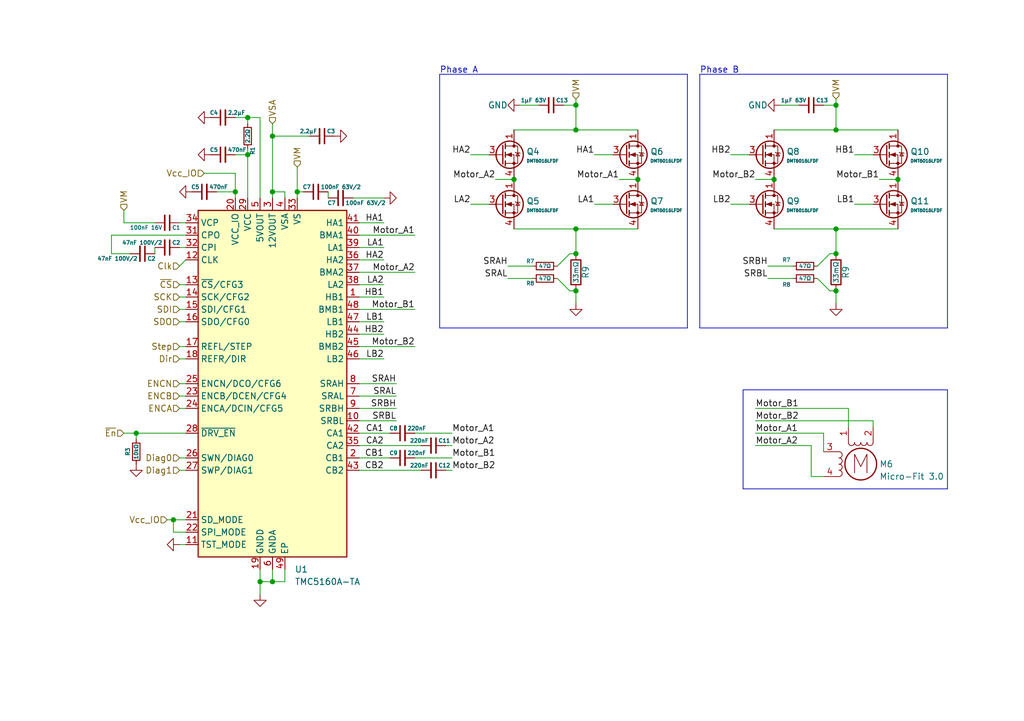
<source format=kicad_sch>
(kicad_sch (version 20230121) (generator eeschema)
  (paper "A5")
  (title_block (title "Integrated TMCx160 Driver Block") (company "Meridi Engineering") (comment 1 "High voltage, high current stepper motor driver block powered by the TMC2160/5160 chip"))
  (lib_symbols
    (symbol "Device:C_Small" (pin_numbers hide) (pin_names (offset 0.254) hide)
      (property "Reference" "C" (at 0.254 1.778 0))
      (property "Value" "C_Small" (at 0.254 -2.032 0))
      (symbol "C_Small_0_1"
        (polyline (pts (xy -1.524 -0.508) (xy 1.524 -0.508)) (stroke (width 0.3302)))
        (polyline (pts (xy -1.524 0.508) (xy 1.524 0.508)) (stroke (width 0.3048)))
      )
      (symbol "C_Small_1_1"
        (pin passive line (at 0 2.54 270) (length 2.032) (name "~") (number "1"))
        (pin passive line (at 0 -2.54 90) (length 2.032) (name "~") (number "2"))
      )
    )
    (symbol "Device:R" (pin_numbers hide) (pin_names (offset 0))
      (property "Reference" "R" (at 2.032 0 90))
      (property "Value" "R" (at 0 0 90))
      (symbol "R_0_1"
        (rectangle (start -1.016 -2.54) (end 1.016 2.54) (stroke (width 0.254)))
      )
      (symbol "R_1_1"
        (pin passive line (at 0 3.81 270) (length 1.27) (name "~") (number "1"))
        (pin passive line (at 0 -3.81 90) (length 1.27) (name "~") (number "2"))
      )
    )
    (symbol "Device:R_Small" (pin_numbers hide) (pin_names (offset 0.254) hide)
      (property "Reference" "R" (at 0.762 0.508 0))
      (property "Value" "R_Small" (at 0.762 -1.016 0))
      (symbol "R_Small_0_1"
        (rectangle (start -0.762 1.778) (end 0.762 -1.778) (stroke (width 0.2032)))
      )
      (symbol "R_Small_1_1"
        (pin passive line (at 0 2.54 270) (length 0.762) (name "~") (number "1"))
        (pin passive line (at 0 -2.54 90) (length 0.762) (name "~") (number "2"))
      )
    )
    (symbol "Driver_Motor:TMC5160A-TA"
      (property "Reference" "U" (at -11.43 38.1 0))
      (property "Value" "TMC5160A-TA" (at 10.16 38.1 0))
      (symbol "TMC5160A-TA_1_0"
        (rectangle (start -15.24 -35.56) (end 15.24 35.56) (stroke (width 0.254)) (fill (type background)))
      )
      (symbol "TMC5160A-TA_1_1"
        (pin output line (at 17.78 17.78 180) (length 2.54) (name "HB1") (number "1"))
        (pin passive line (at 17.78 -7.62 180) (length 2.54) (name "SRBL") (number "10"))
        (pin input line (at -17.78 -33.02 0) (length 2.54) (name "TST_MODE") (number "11"))
        (pin input line (at -17.78 25.4 0) (length 2.54) (name "CLK") (number "12"))
        (pin input line (at -17.78 20.32 0) (length 2.54) (name "~{CS}/CFG3") (number "13"))
        (pin input line (at -17.78 17.78 0) (length 2.54) (name "SCK/CFG2") (number "14"))
        (pin input line (at -17.78 15.24 0) (length 2.54) (name "SDI/CFG1") (number "15"))
        (pin bidirectional line (at -17.78 12.7 0) (length 2.54) (name "SDO/CFG0") (number "16"))
        (pin input line (at -17.78 7.62 0) (length 2.54) (name "REFL/STEP") (number "17"))
        (pin input line (at -17.78 5.08 0) (length 2.54) (name "REFR/DIR") (number "18"))
        (pin power_in line (at -2.54 -38.1 90) (length 2.54) (name "GNDD") (number "19"))
        (pin passive line (at 17.78 -15.24 180) (length 2.54) (name "CB1") (number "2"))
        (pin power_in line (at -7.62 38.1 270) (length 2.54) (name "VCC_IO") (number "20"))
        (pin input line (at -17.78 -27.94 0) (length 2.54) (name "SD_MODE") (number "21"))
        (pin input line (at -17.78 -30.48 0) (length 2.54) (name "SPI_MODE") (number "22"))
        (pin input line (at -17.78 -2.54 0) (length 2.54) (name "ENCB/DCEN/CFG4") (number "23"))
        (pin input line (at -17.78 -5.08 0) (length 2.54) (name "ENCA/DCIN/CFG5") (number "24"))
        (pin bidirectional line (at -17.78 0 0) (length 2.54) (name "ENCN/DCO/CFG6") (number "25"))
        (pin bidirectional line (at -17.78 -15.24 0) (length 2.54) (name "SWN/DIAG0") (number "26"))
        (pin bidirectional line (at -17.78 -17.78 0) (length 2.54) (name "SWP/DIAG1") (number "27"))
        (pin input line (at -17.78 -10.16 0) (length 2.54) (name "~{DRV_EN}") (number "28"))
        (pin power_in line (at -5.08 38.1 270) (length 2.54) (name "VCC") (number "29"))
        (pin power_out line (at 0 38.1 270) (length 2.54) (name "12VOUT") (number "3"))
        (pin passive line (at -2.54 -38.1 90) (length 2.54) hide (name "GNDD") (number "30"))
        (pin passive line (at -17.78 30.48 0) (length 2.54) (name "CPO") (number "31"))
        (pin passive line (at -17.78 27.94 0) (length 2.54) (name "CPI") (number "32"))
        (pin power_in line (at 5.08 38.1 270) (length 2.54) (name "VS") (number "33"))
        (pin passive line (at -17.78 33.02 0) (length 2.54) (name "VCP") (number "34"))
        (pin passive line (at 17.78 -12.7 180) (length 2.54) (name "CA2") (number "35"))
        (pin output line (at 17.78 25.4 180) (length 2.54) (name "HA2") (number "36"))
        (pin passive line (at 17.78 22.86 180) (length 2.54) (name "BMA2") (number "37"))
        (pin output line (at 17.78 20.32 180) (length 2.54) (name "LA2") (number "38"))
        (pin output line (at 17.78 27.94 180) (length 2.54) (name "LA1") (number "39"))
        (pin power_in line (at 2.54 38.1 270) (length 2.54) (name "VSA") (number "4"))
        (pin passive line (at 17.78 30.48 180) (length 2.54) (name "BMA1") (number "40"))
        (pin output line (at 17.78 33.02 180) (length 2.54) (name "HA1") (number "41"))
        (pin passive line (at 17.78 -10.16 180) (length 2.54) (name "CA1") (number "42"))
        (pin passive line (at 17.78 -17.78 180) (length 2.54) (name "CB2") (number "43"))
        (pin output line (at 17.78 10.16 180) (length 2.54) (name "HB2") (number "44"))
        (pin passive line (at 17.78 7.62 180) (length 2.54) (name "BMB2") (number "45"))
        (pin output line (at 17.78 5.08 180) (length 2.54) (name "LB2") (number "46"))
        (pin output line (at 17.78 12.7 180) (length 2.54) (name "LB1") (number "47"))
        (pin passive line (at 17.78 15.24 180) (length 2.54) (name "BMB1") (number "48"))
        (pin power_in line (at 2.54 -38.1 90) (length 2.54) (name "EP") (number "49"))
        (pin power_out line (at -2.54 38.1 270) (length 2.54) (name "5VOUT") (number "5"))
        (pin power_in line (at 0 -38.1 90) (length 2.54) (name "GNDA") (number "6"))
        (pin passive line (at 17.78 -2.54 180) (length 2.54) (name "SRAL") (number "7"))
        (pin passive line (at 17.78 0 180) (length 2.54) (name "SRAH") (number "8"))
        (pin passive line (at 17.78 -5.08 180) (length 2.54) (name "SRBH") (number "9"))
      )
    )
    (symbol "GND_1" (power) (pin_names (offset 0))
      (property "Value" "GND_1" (at 0 -3.81 0))
      (symbol "GND_1_0_1"
        (polyline (pts (xy 0 0) (xy 0 -1.27) (xy 1.27 -1.27) (xy 0 -2.54) (xy -1.27 -1.27) (xy 0 -1.27)))
      )
      (symbol "GND_1_1_1"
        (pin power_in line (at 0 0 270) (length 0) hide (name "GND") (number "1"))
      )
    )
    (symbol "Motor:Stepper_Motor_bipolar" (pin_names (offset 0) hide)
      (property "Reference" "M" (at 3.81 2.54 0))
      (property "Value" "Stepper_Motor_bipolar" (at 3.81 1.27 0))
      (symbol "Stepper_Motor_bipolar_0_0"
        (polyline (pts (xy -1.27 -1.778) (xy -1.27 2.032) (xy 0 -0.508) (xy 1.27 2.032) (xy 1.27 -1.778)))
      )
      (symbol "Stepper_Motor_bipolar_0_1"
        (arc (start -4.445 -2.54) (mid -3.8127 -1.905) (end -4.445 -1.27))
        (arc (start -4.445 -1.27) (mid -3.8127 -0.635) (end -4.445 0))
        (arc (start -4.445 0) (mid -3.8127 0.635) (end -4.445 1.27))
        (arc (start -4.445 1.27) (mid -3.8127 1.905) (end -4.445 2.54))
        (arc (start -2.54 4.445) (mid -1.905 3.8127) (end -1.27 4.445))
        (arc (start -1.27 4.445) (mid -0.635 3.8127) (end 0 4.445))
        (polyline (pts (xy -5.08 -2.54) (xy -4.445 -2.54)))
        (polyline (pts (xy -5.08 2.54) (xy -4.445 2.54)))
        (polyline (pts (xy -2.54 5.08) (xy -2.54 4.445)))
        (polyline (pts (xy 2.54 5.08) (xy 2.54 4.445)))
        (circle (center 0 0) (radius 3.2512) (stroke (width 0.254)))
        (arc (start 0 4.445) (mid 0.635 3.8127) (end 1.27 4.445))
        (arc (start 1.27 4.445) (mid 1.905 3.8127) (end 2.54 4.445))
      )
      (symbol "Stepper_Motor_bipolar_1_1"
        (pin passive line (at -2.54 7.62 270) (length 2.54) (name "~") (number "1"))
        (pin passive line (at 2.54 7.62 270) (length 2.54) (name "-") (number "2"))
        (pin passive line (at -7.62 2.54 0) (length 2.54) (name "~") (number "3"))
        (pin passive line (at -7.62 -2.54 0) (length 2.54) (name "~") (number "4"))
      )
    )
    (symbol "corevus:DMT6016LFDF-7" (pin_names hide)
      (property "Reference" "Q" (at 3.81 0 0))
      (property "Value" "DMT6016LFDF" (at 3.81 -1.27 0))
      (symbol "DMT6016LFDF-7_0_1"
        (polyline (pts (xy -1.016 0) (xy -2.54 0)))
        (polyline (pts (xy -1.016 1.905) (xy -1.016 -1.905)) (stroke (width 0.254)))
        (polyline (pts (xy -0.508 -1.27) (xy -0.508 -2.286)) (stroke (width 0.254)))
        (polyline (pts (xy -0.508 0.508) (xy -0.508 -0.508)) (stroke (width 0.254)))
        (polyline (pts (xy -0.508 2.286) (xy -0.508 1.27)) (stroke (width 0.254)))
        (polyline (pts (xy 1.27 2.54) (xy 1.27 1.778)))
        (polyline (pts (xy 1.27 -2.54) (xy 1.27 0) (xy -0.508 0)))
        (polyline (pts (xy -0.508 -1.778) (xy 2.032 -1.778) (xy 2.032 1.778) (xy -0.508 1.778)))
        (polyline (pts (xy -0.254 0) (xy 0.762 0.381) (xy 0.762 -0.381) (xy -0.254 0)) (fill (type outline)))
        (polyline (pts (xy 1.524 0.508) (xy 1.651 0.381) (xy 2.413 0.381) (xy 2.54 0.254)))
        (polyline (pts (xy 2.032 0.381) (xy 1.651 -0.254) (xy 2.413 -0.254) (xy 2.032 0.381)))
        (circle (center 0.381 0) (radius 2.794) (stroke (width 0.254)))
        (circle (center 1.27 -1.778) (radius 0.254) (fill (type outline)))
        (circle (center 1.27 1.778) (radius 0.254) (fill (type outline)))
        (pin unspecified line (at 1.27 5.08 270) (length 2.54) (name "D") (number "1"))
        (pin unspecified line (at 1.27 -5.08 90) (length 2.54) (name "S") (number "4"))
      )
      (symbol "DMT6016LFDF-7_1_1"
        (pin unspecified line (at 1.27 5.08 270) (length 2.54) hide (name "D") (number "2"))
        (pin unspecified line (at -3.81 0 0) (length 1.27) (name "G") (number "3"))
        (pin unspecified line (at 1.27 5.08 270) (length 2.54) hide (name "D") (number "5"))
        (pin unspecified line (at 1.27 5.08 270) (length 2.54) hide (name "D") (number "6"))
        (pin unspecified line (at 1.27 -5.08 90) (length 2.54) hide (name "S") (number "7"))
        (pin unspecified line (at 1.27 5.08 270) (length 2.54) hide (name "D") (number "8"))
      )
    )
    (symbol "power:GND" (power) (pin_names (offset 0))
      (property "Value" "GND" (at 0 -3.81 0))
      (symbol "GND_0_1"
        (polyline (pts (xy 0 0) (xy 0 -1.27) (xy 1.27 -1.27) (xy 0 -2.54) (xy -1.27 -1.27) (xy 0 -1.27)))
      )
      (symbol "GND_1_1"
        (pin power_in line (at 0 0 270) (length 0) hide (name "GND") (number "1"))
      )
    )
  )
  (junction (at 158.75 36.83))
  (junction (at 27.94 88.9))
  (junction (at 55.88 119.38))
  (junction (at 171.45 59.69))
  (junction (at 118.11 26.67))
  (junction (at 55.88 27.94))
  (junction (at 118.11 59.69))
  (junction (at 105.41 36.83))
  (junction (at 184.15 36.83))
  (junction (at 130.81 36.83))
  (junction (at 118.11 46.99))
  (junction (at 55.88 39.37))
  (junction (at 171.45 26.67))
  (junction (at 50.8 31.75))
  (junction (at 60.96 39.37))
  (junction (at 118.11 21.59))
  (junction (at 171.45 46.99))
  (junction (at 171.45 52.07))
  (junction (at 48.26 39.37))
  (junction (at 35.56 106.68))
  (junction (at 171.45 21.59))
  (junction (at 118.11 52.07))
  (junction (at 53.34 119.38))
  (junction (at 50.8 24.13))
  (wire (pts (xy 118.11 26.67) (xy 130.81 26.67)))
  (wire (pts (xy 118.11 46.99) (xy 118.11 52.07)))
  (wire (pts (xy 55.88 25.4) (xy 55.88 27.94)))
  (wire (pts (xy 81.28 78.74) (xy 73.66 78.74)))
  (wire (pts (xy 36.83 93.98) (xy 38.1 93.98)))
  (wire (pts (xy 78.74 58.42) (xy 73.66 58.42)))
  (polyline (pts (xy 143.51 15.24) (xy 194.31 15.24)))
  (wire (pts (xy 53.34 40.64) (xy 53.34 24.13)))
  (wire (pts (xy 114.3 57.15) (xy 116.84 59.69)))
  (wire (pts (xy 173.99 83.82) (xy 173.99 87.63)))
  (wire (pts (xy 85.09 55.88) (xy 73.66 55.88)))
  (wire (pts (xy 36.83 66.04) (xy 38.1 66.04)))
  (wire (pts (xy 67.31 40.64) (xy 67.31 39.37)))
  (wire (pts (xy 36.83 71.12) (xy 38.1 71.12)))
  (polyline (pts (xy 194.31 67.31) (xy 143.51 67.31)))
  (wire (pts (xy 171.45 20.32) (xy 171.45 21.59)))
  (wire (pts (xy 48.26 24.13) (xy 50.8 24.13)))
  (wire (pts (xy 118.11 59.69) (xy 118.11 62.23)))
  (wire (pts (xy 55.88 116.84) (xy 55.88 119.38)))
  (polyline (pts (xy 194.31 100.33) (xy 194.31 80.01)))
  (wire (pts (xy 36.83 111.76) (xy 38.1 111.76)))
  (wire (pts (xy 180.34 36.83) (xy 184.15 36.83)))
  (wire (pts (xy 53.34 24.13) (xy 50.8 24.13)))
  (wire (pts (xy 35.56 106.68) (xy 38.1 106.68)))
  (wire (pts (xy 27.94 90.17) (xy 27.94 88.9)))
  (wire (pts (xy 149.86 31.75) (xy 153.67 31.75)))
  (wire (pts (xy 55.88 119.38) (xy 58.42 119.38)))
  (wire (pts (xy 157.48 57.15) (xy 162.56 57.15)))
  (wire (pts (xy 96.52 41.91) (xy 100.33 41.91)))
  (wire (pts (xy 154.94 83.82) (xy 173.99 83.82)))
  (wire (pts (xy 168.91 88.9) (xy 168.91 92.71)))
  (wire (pts (xy 27.94 88.9) (xy 38.1 88.9)))
  (wire (pts (xy 78.74 50.8) (xy 73.66 50.8)))
  (polyline (pts (xy 140.97 15.24) (xy 140.97 67.31)))
  (wire (pts (xy 157.48 54.61) (xy 162.56 54.61)))
  (wire (pts (xy 114.3 54.61) (xy 116.84 52.07)))
  (wire (pts (xy 50.8 31.75) (xy 50.8 40.64)))
  (wire (pts (xy 91.44 91.44) (xy 92.71 91.44)))
  (wire (pts (xy 92.71 93.98) (xy 85.09 93.98)))
  (wire (pts (xy 85.09 63.5) (xy 73.66 63.5)))
  (wire (pts (xy 60.96 34.29) (xy 60.96 39.37)))
  (wire (pts (xy 35.56 106.68) (xy 35.56 109.22)))
  (wire (pts (xy 73.66 91.44) (xy 86.36 91.44)))
  (wire (pts (xy 149.86 41.91) (xy 153.67 41.91)))
  (wire (pts (xy 105.41 46.99) (xy 118.11 46.99)))
  (wire (pts (xy 36.83 78.74) (xy 38.1 78.74)))
  (wire (pts (xy 154.94 36.83) (xy 158.75 36.83)))
  (wire (pts (xy 36.83 81.28) (xy 38.1 81.28)))
  (wire (pts (xy 121.92 41.91) (xy 125.73 41.91)))
  (wire (pts (xy 44.45 39.37) (xy 48.26 39.37)))
  (wire (pts (xy 63.5 27.94) (xy 55.88 27.94)))
  (wire (pts (xy 96.52 31.75) (xy 100.33 31.75)))
  (wire (pts (xy 36.83 83.82) (xy 38.1 83.82)))
  (polyline (pts (xy 90.17 15.24) (xy 140.97 15.24)))
  (wire (pts (xy 22.86 48.26) (xy 22.86 52.07)))
  (wire (pts (xy 78.74 68.58) (xy 73.66 68.58)))
  (wire (pts (xy 48.26 31.75) (xy 50.8 31.75)))
  (wire (pts (xy 55.88 119.38) (xy 53.34 119.38)))
  (polyline (pts (xy 194.31 15.24) (xy 194.31 67.31)))
  (wire (pts (xy 58.42 39.37) (xy 58.42 40.64)))
  (wire (pts (xy 80.01 88.9) (xy 73.66 88.9)))
  (wire (pts (xy 104.14 54.61) (xy 109.22 54.61)))
  (wire (pts (xy 154.94 91.44) (xy 166.37 91.44)))
  (wire (pts (xy 170.18 59.69) (xy 171.45 59.69)))
  (wire (pts (xy 175.26 31.75) (xy 179.07 31.75)))
  (wire (pts (xy 36.83 54.61) (xy 38.1 53.34)))
  (wire (pts (xy 55.88 39.37) (xy 55.88 40.64)))
  (wire (pts (xy 53.34 121.92) (xy 53.34 119.38)))
  (wire (pts (xy 25.4 88.9) (xy 27.94 88.9)))
  (wire (pts (xy 118.11 20.32) (xy 118.11 21.59)))
  (wire (pts (xy 78.74 45.72) (xy 73.66 45.72)))
  (wire (pts (xy 34.29 106.68) (xy 35.56 106.68)))
  (polyline (pts (xy 143.51 15.24) (xy 143.51 67.31)))
  (wire (pts (xy 116.84 52.07) (xy 118.11 52.07)))
  (wire (pts (xy 154.94 88.9) (xy 168.91 88.9)))
  (wire (pts (xy 22.86 48.26) (xy 38.1 48.26)))
  (wire (pts (xy 167.64 57.15) (xy 170.18 59.69)))
  (wire (pts (xy 36.83 96.52) (xy 38.1 96.52)))
  (wire (pts (xy 105.41 26.67) (xy 118.11 26.67)))
  (wire (pts (xy 168.91 21.59) (xy 171.45 21.59)))
  (wire (pts (xy 78.74 60.96) (xy 73.66 60.96)))
  (wire (pts (xy 36.83 63.5) (xy 38.1 63.5)))
  (wire (pts (xy 118.11 21.59) (xy 118.11 26.67)))
  (wire (pts (xy 81.28 86.36) (xy 73.66 86.36)))
  (wire (pts (xy 121.92 31.75) (xy 125.73 31.75)))
  (wire (pts (xy 166.37 97.79) (xy 168.91 97.79)))
  (polyline (pts (xy 152.4 100.33) (xy 194.31 100.33)))
  (wire (pts (xy 86.36 96.52) (xy 73.66 96.52)))
  (wire (pts (xy 50.8 24.13) (xy 50.8 25.4)))
  (polyline (pts (xy 152.4 80.01) (xy 152.4 100.33)))
  (wire (pts (xy 171.45 21.59) (xy 171.45 26.67)))
  (wire (pts (xy 91.44 96.52) (xy 92.71 96.52)))
  (wire (pts (xy 41.91 35.56) (xy 48.26 35.56)))
  (wire (pts (xy 78.74 66.04) (xy 73.66 66.04)))
  (wire (pts (xy 48.26 39.37) (xy 48.26 40.64)))
  (wire (pts (xy 72.39 40.64) (xy 78.74 40.64)))
  (wire (pts (xy 171.45 59.69) (xy 171.45 62.23)))
  (wire (pts (xy 154.94 86.36) (xy 179.07 86.36)))
  (wire (pts (xy 81.28 83.82) (xy 73.66 83.82)))
  (wire (pts (xy 118.11 46.99) (xy 130.81 46.99)))
  (wire (pts (xy 62.23 39.37) (xy 60.96 39.37)))
  (wire (pts (xy 25.4 43.18) (xy 25.4 45.72)))
  (wire (pts (xy 55.88 39.37) (xy 58.42 39.37)))
  (wire (pts (xy 80.01 93.98) (xy 73.66 93.98)))
  (wire (pts (xy 53.34 119.38) (xy 53.34 116.84)))
  (wire (pts (xy 171.45 46.99) (xy 171.45 52.07)))
  (wire (pts (xy 116.84 59.69) (xy 118.11 59.69)))
  (wire (pts (xy 50.8 30.48) (xy 50.8 31.75)))
  (wire (pts (xy 85.09 71.12) (xy 73.66 71.12)))
  (wire (pts (xy 85.09 48.26) (xy 73.66 48.26)))
  (wire (pts (xy 175.26 41.91) (xy 179.07 41.91)))
  (wire (pts (xy 35.56 109.22) (xy 38.1 109.22)))
  (polyline (pts (xy 90.17 15.24) (xy 90.17 67.31)))
  (wire (pts (xy 55.88 27.94) (xy 55.88 39.37)))
  (wire (pts (xy 92.71 88.9) (xy 85.09 88.9)))
  (polyline (pts (xy 140.97 67.31) (xy 90.17 67.31)))
  (wire (pts (xy 60.96 39.37) (xy 60.96 40.64)))
  (wire (pts (xy 115.57 21.59) (xy 118.11 21.59)))
  (wire (pts (xy 78.74 73.66) (xy 73.66 73.66)))
  (wire (pts (xy 36.83 50.8) (xy 38.1 50.8)))
  (wire (pts (xy 25.4 45.72) (xy 31.75 45.72)))
  (wire (pts (xy 58.42 119.38) (xy 58.42 116.84)))
  (wire (pts (xy 127 36.83) (xy 130.81 36.83)))
  (wire (pts (xy 101.6 36.83) (xy 105.41 36.83)))
  (wire (pts (xy 22.86 52.07) (xy 26.67 52.07)))
  (wire (pts (xy 171.45 46.99) (xy 184.15 46.99)))
  (wire (pts (xy 104.14 57.15) (xy 109.22 57.15)))
  (wire (pts (xy 78.74 53.34) (xy 73.66 53.34)))
  (wire (pts (xy 171.45 26.67) (xy 184.15 26.67)))
  (wire (pts (xy 160.02 21.59) (xy 163.83 21.59)))
  (wire (pts (xy 170.18 52.07) (xy 171.45 52.07)))
  (wire (pts (xy 36.83 73.66) (xy 38.1 73.66)))
  (wire (pts (xy 36.83 58.42) (xy 38.1 58.42)))
  (wire (pts (xy 179.07 86.36) (xy 179.07 87.63)))
  (wire (pts (xy 31.75 50.8) (xy 31.75 52.07)))
  (wire (pts (xy 36.83 60.96) (xy 38.1 60.96)))
  (wire (pts (xy 106.68 21.59) (xy 110.49 21.59)))
  (wire (pts (xy 48.26 35.56) (xy 48.26 39.37)))
  (wire (pts (xy 166.37 91.44) (xy 166.37 97.79)))
  (wire (pts (xy 158.75 46.99) (xy 171.45 46.99)))
  (wire (pts (xy 36.83 45.72) (xy 38.1 45.72)))
  (wire (pts (xy 167.64 54.61) (xy 170.18 52.07)))
  (wire (pts (xy 158.75 26.67) (xy 171.45 26.67)))
  (polyline (pts (xy 152.4 80.01) (xy 194.31 80.01)))
  (wire (pts (xy 81.28 81.28) (xy 73.66 81.28)))
  (text "Phase A" (at 90.17 15.24 0) (effects (font (size 1.27 1.27)) (justify left bottom)))
  (text "Phase B" (at 143.51 15.24 0) (effects (font (size 1.27 1.27)) (justify left bottom)))
  (label "Motor_A2" (at 92.71 91.44 0))
  (label "Motor_B2" (at 92.71 96.52 0))
  (label "LA1" (at 78.74 50.8 180))
  (label "Motor_B1" (at 154.94 83.82 0))
  (label "HA1" (at 121.92 31.75 180))
  (label "SRAH" (at 104.14 54.61 180))
  (label "Motor_B1" (at 92.71 93.98 0))
  (label "HA1" (at 78.74 45.72 180))
  (label "Motor_A2" (at 101.6 36.83 180))
  (label "HA2" (at 96.52 31.75 180))
  (label "Motor_B1" (at 85.09 63.5 180))
  (label "LB1" (at 78.74 66.04 180))
  (label "LA2" (at 96.52 41.91 180))
  (label "HB1" (at 78.74 60.96 180))
  (label "HB1" (at 175.26 31.75 180))
  (label "Motor_B2" (at 154.94 86.36 0))
  (label "HB2" (at 78.74 68.58 180))
  (label "Motor_B2" (at 85.09 71.12 180))
  (label "Motor_A2" (at 85.09 55.88 180))
  (label "Motor_B2" (at 154.94 36.83 180))
  (label "Motor_A1" (at 154.94 88.9 0))
  (label "SRBH" (at 157.48 54.61 180))
  (label "Motor_A2" (at 154.94 91.44 0))
  (label "CA1" (at 78.74 88.9 180))
  (label "LA1" (at 121.92 41.91 180))
  (label "SRAL" (at 104.14 57.15 180))
  (label "HA2" (at 78.74 53.34 180))
  (label "SRAH" (at 81.28 78.74 180))
  (label "Motor_B1" (at 180.34 36.83 180))
  (label "LA2" (at 78.74 58.42 180))
  (label "Motor_A1" (at 127 36.83 180))
  (label "LB1" (at 175.26 41.91 180))
  (label "LB2" (at 78.74 73.66 180))
  (label "SRBH" (at 81.28 83.82 180))
  (label "CB1" (at 78.74 93.98 180))
  (label "SRBL" (at 157.48 57.15 180))
  (label "HB2" (at 149.86 31.75 180))
  (label "SRBL" (at 81.28 86.36 180))
  (label "Motor_A1" (at 85.09 48.26 180))
  (label "SRAL" (at 81.28 81.28 180))
  (label "CB2" (at 78.74 96.52 180))
  (label "CA2" (at 78.74 91.44 180))
  (label "Motor_A1" (at 92.71 88.9 0))
  (label "LB2" (at 149.86 41.91 180))
  (hierarchical_label "Diag1" (shape input) (at 36.83 96.52 180))
  (hierarchical_label "VM" (shape input) (at 60.96 34.29 90))
  (hierarchical_label "ENCN" (shape input) (at 36.83 78.74 180))
  (hierarchical_label "Vcc_IO" (shape input) (at 41.91 35.56 180))
  (hierarchical_label "Vcc_IO" (shape input) (at 34.29 106.68 180))
  (hierarchical_label "SCK" (shape input) (at 36.83 60.96 180))
  (hierarchical_label "VSA" (shape input) (at 55.88 25.4 90))
  (hierarchical_label "SDO" (shape input) (at 36.83 66.04 180))
  (hierarchical_label "SDI" (shape input) (at 36.83 63.5 180))
  (hierarchical_label "~{CS}" (shape input) (at 36.83 58.42 180))
  (hierarchical_label "Clk" (shape input) (at 36.83 54.61 180))
  (hierarchical_label "VM" (shape input) (at 171.45 20.32 90))
  (hierarchical_label "Diag0" (shape input) (at 36.83 93.98 180))
  (hierarchical_label "~{En}" (shape input) (at 25.4 88.9 180))
  (hierarchical_label "Step" (shape input) (at 36.83 71.12 180))
  (hierarchical_label "Dir" (shape input) (at 36.83 73.66 180))
  (hierarchical_label "ENCA" (shape input) (at 36.83 83.82 180))
  (hierarchical_label "VM" (shape input) (at 25.4 43.18 90))
  (hierarchical_label "ENCB" (shape input) (at 36.83 81.28 180))
  (hierarchical_label "VM" (shape input) (at 118.11 20.32 90))
  (symbol (lib_id "Device:R") (at 171.45 55.88 0) (unit 1)
    (property "Reference" "R9" (at 172.72 55.88 90) (effects (justify top)))
    (property "Value" "33mΩ" (at 171.45 55.88 90) (effects (font (size 1 1))))
    (property "Footprint" "Resistor_SMD:R_1206_3216Metric" (effects hide))
    (instances (project "driver-tmc5160" (path "" (reference "R9") (unit 1))) (project "mainboard" (path "" (reference "R38") (unit 1)) (path "" (reference "R46") (unit 1))))
  )
  (symbol (lib_id "power:GND") (at 118.11 62.23 0) (unit 1)
    (property "Reference" "#PWR02" (effects hide))
    (property "Value" "GND" (effects hide))
    (instances (project "driver-tmc5160" (path "" (reference "#PWR02") (unit 1))) (project "mainboard" (path "" (reference "#PWR0140") (unit 1)) (path "" (reference "#PWR0152") (unit 1))))
  )
  (symbol (lib_id "Device:R_Small") (at 111.76 54.61 270) (mirror x) (unit 1)
    (property "Reference" "R7" (at 108.76 53.61 90) (effects (font (size 0.8 0.8))))
    (property "Value" "47Ω" (at 111.76 54.61 90) (effects (font (size 0.8 0.8))))
    (property "Footprint" "AlphaLib:0402R" (effects hide))
    (instances (project "driver-tmc5160" (path "" (reference "R7") (unit 1))) (project "mainboard" (path "" (reference "R33") (unit 1)) (path "" (reference "R41") (unit 1))))
  )
  (symbol (lib_id "Device:C_Small") (at 34.29 50.8 270) (unit 1)
    (property "Reference" "C2" (at 35.29 49.8 90) (effects (font (size 0.8 0.8)) (justify left)))
    (property "Value" "47nF 100V/2" (at 33.29 49.8 90) (effects (font (size 0.8 0.8)) (justify right)))
    (property "Footprint" "AlphaLib:0402C" (effects hide))
    (instances (project "driver-tmc5160" (path "" (reference "C2") (unit 1))) (project "mainboard" (path "" (reference "C40") (unit 1)) (path "" (reference "C55") (unit 1))))
  )
  (symbol (lib_id "corevus:DMT6016LFDF-7") (at 157.48 31.75 0) (unit 1)
    (property "Reference" "Q8" (at 161.29 31.115 0) (effects (justify left)))
    (property "Value" "DMT6016LFDF" (at 161.29 33.02 0) (effects (font (size 0.635 0.635)) (justify left)))
    (property "Footprint" "corevus:DMT6016LFDF" (effects hide))
    (property "Datasheet" "https://lcsc.com/product-detail/MOSFET_Diodes-Incorporated-DMT6016LFDF-7_C460205.html" (effects hide))
    (property "LCSC Part" "C460205" (effects hide))
    (instances (project "mainboard" (path "" (reference "Q8") (unit 1)) (path "" (reference "Q16") (unit 1))))
  )
  (symbol (lib_id "corevus:DMT6016LFDF-7") (at 129.54 41.91 0) (unit 1)
    (property "Reference" "Q7" (at 133.35 41.275 0) (effects (justify left)))
    (property "Value" "DMT6016LFDF" (at 133.35 43.18 0) (effects (font (size 0.635 0.635)) (justify left)))
    (property "Footprint" "corevus:DMT6016LFDF" (effects hide))
    (property "Datasheet" "https://lcsc.com/product-detail/MOSFET_Diodes-Incorporated-DMT6016LFDF-7_C460205.html" (effects hide))
    (property "LCSC Part" "C460205" (effects hide))
    (instances (project "mainboard" (path "" (reference "Q7") (unit 1)) (path "" (reference "Q15") (unit 1))))
  )
  (symbol (lib_id "Device:C_Small") (at 29.21 52.07 270) (mirror x) (unit 1)
    (property "Reference" "C2" (at 30.21 53.07 90) (effects (font (size 0.8 0.8)) (justify left)))
    (property "Value" "47nF 100V/2" (at 28.21 53.07 90) (effects (font (size 0.8 0.8)) (justify right)))
    (property "Footprint" "AlphaLib:0402C" (effects hide))
    (instances (project "driver-tmc5160" (path "" (reference "C2") (unit 1))) (project "mainboard" (path "" (reference "C38") (unit 1)) (path "" (reference "C53") (unit 1))))
  )
  (symbol (lib_id "Device:C_Small") (at 64.77 39.37 90) (mirror x) (unit 1)
    (property "Reference" "C7" (at 63.77 38.37 90) (effects (font (size 0.8 0.8)) (justify left)))
    (property "Value" "100nF 63V/2" (at 65.77 38.37 90) (effects (font (size 0.8 0.8)) (justify right)))
    (property "Footprint" "AlphaLib:0402C" (effects hide))
    (instances (project "driver-tmc5160" (path "" (reference "C7") (unit 1))) (project "mainboard" (path "" (reference "C44") (unit 1)) (path "" (reference "C59") (unit 1))))
  )
  (symbol (lib_id "power:GND") (at 43.18 24.13 270) (unit 1)
    (property "Reference" "#PWR02" (effects hide))
    (property "Value" "GND" (effects hide))
    (instances (project "driver-tmc5160" (path "" (reference "#PWR02") (unit 1))) (project "mainboard" (path "" (reference "#PWR0134") (unit 1)) (path "" (reference "#PWR0146") (unit 1))))
  )
  (symbol (lib_id "power:GND") (at 27.94 95.25 0) (unit 1)
    (property "Reference" "#PWR013" (effects hide))
    (property "Value" "GND" (effects hide))
    (instances (project "driver-tmc5160" (path "" (reference "#PWR013") (unit 1))) (project "mainboard" (path "" (reference "#PWR017") (unit 1)) (path "" (reference "#PWR0250") (unit 1)) (path "" (reference "#PWR0251") (unit 1)) (path "" (reference "#PWR0252") (unit 1)) (path "" (reference "#PWR0131") (unit 1)) (path "" (reference "#PWR0143") (unit 1))))
  )
  (symbol (lib_id "Device:R_Small") (at 165.1 54.61 270) (mirror x) (unit 1)
    (property "Reference" "R7" (at 161.29 53.34 90) (effects (font (size 0.8 0.8))))
    (property "Value" "47Ω" (at 165.1 54.61 90) (effects (font (size 0.8 0.8))))
    (property "Footprint" "AlphaLib:0402R" (effects hide))
    (instances (project "driver-tmc5160" (path "" (reference "R7") (unit 1))) (project "mainboard" (path "" (reference "R36") (unit 1)) (path "" (reference "R44") (unit 1))))
  )
  (symbol (lib_id "Device:R_Small") (at 27.94 92.71 180) (unit 1)
    (property "Reference" "R3" (at 26.67 92.71 90) (effects (font (size 0.8 0.8)) (justify top)))
    (property "Value" "10kΩ" (at 27.94 92.71 90) (effects (font (size 0.8 0.8))))
    (property "Footprint" "AlphaLib:0402R" (effects hide))
    (instances (project "driver-tmc5160" (path "" (reference "R3") (unit 1))) (project "mainboard" (path "" (reference "R104") (unit 1)) (path "" (reference "R98") (unit 1)) (path "" (reference "R114") (unit 1)) (path "" (reference "R115") (unit 1)) (path "" (reference "R116") (unit 1)) (path "" (reference "R31") (unit 1)) (path "" (reference "R39") (unit 1))))
  )
  (symbol (lib_name "GND_1") (lib_id "power:GND") (at 106.68 21.59 270) (unit 1)
    (property "Reference" "#PWR016" (effects hide))
    (property "Value" "GND" (at 104.14 21.59 90) (effects (justify right)))
    (instances (project "driver-tmc5160" (path "" (reference "#PWR016") (unit 1))) (project "mainboard" (path "" (reference "#PWR0139") (unit 1)) (path "" (reference "#PWR0151") (unit 1))))
  )
  (symbol (lib_id "Device:C_Small") (at 45.72 24.13 90) (mirror x) (unit 1)
    (property "Reference" "C4" (at 44.72 23.13 90) (effects (font (size 0.8 0.8)) (justify left)))
    (property "Value" "2.2μF" (at 46.72 23.13 90) (effects (font (size 0.8 0.8)) (justify right)))
    (property "Footprint" "AlphaLib:0402C" (effects hide))
    (instances (project "driver-tmc5160" (path "" (reference "C4") (unit 1))) (project "mainboard" (path "" (reference "C42") (unit 1)) (path "" (reference "C57") (unit 1))))
  )
  (symbol (lib_id "Driver_Motor:TMC5160A-TA") (at 55.88 78.74 0) (unit 1)
    (property "Reference" "U1" (at 60.4394 116.84 0) (effects (justify left)))
    (property "Value" "TMC5160A-TA" (at 60.4394 119.38 0) (effects (justify left)))
    (property "Footprint" "Package_QFP:TQFP-48-1EP_7x7mm_P0.5mm_EP5x5mm_ThermalVias" (effects hide))
    (property "Datasheet" "https://www.trinamic.com/fileadmin/assets/Products/ICs_Documents/TMC5160A_Datasheet_Rev1.14.pdf" (effects hide))
    (instances (project "driver-tmc5160" (path "" (reference "U1") (unit 1))) (project "mainboard" (path "" (reference "U11") (unit 1)) (path "" (reference "U12") (unit 1))))
  )
  (symbol (lib_id "Device:C_Small") (at 88.9 91.44 270) (unit 1)
    (property "Reference" "C11" (at 89.9 90.44 90) (effects (font (size 0.8 0.8)) (justify left)))
    (property "Value" "220nF" (at 87.9 90.44 90) (effects (font (size 0.8 0.8)) (justify right)))
    (property "Footprint" "AlphaLib:0402C" (effects hide))
    (instances (project "driver-tmc5160" (path "" (reference "C11") (unit 1))) (project "mainboard" (path "" (reference "C49") (unit 1)) (path "" (reference "C64") (unit 1))))
  )
  (symbol (lib_id "corevus:DMT6016LFDF-7") (at 104.14 31.75 0) (unit 1)
    (property "Reference" "Q4" (at 107.95 31.115 0) (effects (justify left)))
    (property "Value" "DMT6016LFDF" (at 107.95 33.02 0) (effects (font (size 0.635 0.635)) (justify left)))
    (property "Footprint" "corevus:DMT6016LFDF" (effects hide))
    (property "Datasheet" "https://lcsc.com/product-detail/MOSFET_Diodes-Incorporated-DMT6016LFDF-7_C460205.html" (effects hide))
    (property "LCSC Part" "C460205" (effects hide))
    (instances (project "mainboard" (path "" (reference "Q4") (unit 1)) (path "" (reference "Q12") (unit 1))))
  )
  (symbol (lib_id "power:GND") (at 171.45 62.23 0) (unit 1)
    (property "Reference" "#PWR02" (effects hide))
    (property "Value" "GND" (effects hide))
    (instances (project "driver-tmc5160" (path "" (reference "#PWR02") (unit 1))) (project "mainboard" (path "" (reference "#PWR0142") (unit 1)) (path "" (reference "#PWR0154") (unit 1))))
  )
  (symbol (lib_id "Device:C_Small") (at 82.55 93.98 90) (mirror x) (unit 1)
    (property "Reference" "C9" (at 81.55 92.98 90) (effects (font (size 0.8 0.8)) (justify left)))
    (property "Value" "220nF" (at 83.55 92.98 90) (effects (font (size 0.8 0.8)) (justify right)))
    (property "Footprint" "AlphaLib:0402C" (effects hide))
    (instances (project "driver-tmc5160" (path "" (reference "C9") (unit 1))) (project "mainboard" (path "" (reference "C48") (unit 1)) (path "" (reference "C63") (unit 1))))
  )
  (symbol (lib_id "power:GND") (at 39.37 39.37 270) (unit 1)
    (property "Reference" "#PWR02" (effects hide))
    (property "Value" "GND" (effects hide))
    (instances (project "driver-tmc5160" (path "" (reference "#PWR02") (unit 1))) (project "mainboard" (path "" (reference "#PWR0133") (unit 1)) (path "" (reference "#PWR0145") (unit 1))))
  )
  (symbol (lib_id "Device:C_Small") (at 166.37 21.59 270) (unit 1)
    (property "Reference" "C13" (at 167.37 20.59 90) (effects (font (size 0.8 0.8)) (justify left)))
    (property "Value" "1μF 63V" (at 165.37 20.59 90) (effects (font (size 0.8 0.8)) (justify right)))
    (property "Footprint" "Capacitor_SMD:C_1206_3216Metric" (effects hide))
    (instances (project "driver-tmc5160" (path "" (reference "C13") (unit 1))) (project "mainboard" (path "" (reference "C52") (unit 1)) (path "" (reference "C67") (unit 1))))
  )
  (symbol (lib_id "Device:C_Small") (at 69.85 40.64 90) (unit 1)
    (property "Reference" "C7" (at 68.85 41.64 90) (effects (font (size 0.8 0.8)) (justify left)))
    (property "Value" "100nF 63V/2" (at 70.85 41.64 90) (effects (font (size 0.8 0.8)) (justify right)))
    (property "Footprint" "AlphaLib:0402C" (effects hide))
    (instances (project "driver-tmc5160" (path "" (reference "C7") (unit 1))) (project "mainboard" (path "" (reference "C46") (unit 1)) (path "" (reference "C61") (unit 1))))
  )
  (symbol (lib_id "power:GND") (at 36.83 111.76 270) (unit 1)
    (property "Reference" "#PWR02" (effects hide))
    (property "Value" "GND" (effects hide))
    (instances (project "driver-tmc5160" (path "" (reference "#PWR02") (unit 1))) (project "mainboard" (path "" (reference "#PWR0132") (unit 1)) (path "" (reference "#PWR0144") (unit 1))))
  )
  (symbol (lib_id "power:GND") (at 68.58 27.94 90) (unit 1)
    (property "Reference" "#PWR02" (effects hide))
    (property "Value" "GND" (effects hide))
    (instances (project "driver-tmc5160" (path "" (reference "#PWR02") (unit 1))) (project "mainboard" (path "" (reference "#PWR0137") (unit 1)) (path "" (reference "#PWR0149") (unit 1))))
  )
  (symbol (lib_id "power:GND") (at 53.34 121.92 0) (unit 1)
    (property "Reference" "#PWR06" (effects hide))
    (property "Value" "GND" (effects hide))
    (instances (project "driver-tmc5160" (path "" (reference "#PWR06") (unit 1))) (project "mainboard" (path "" (reference "#PWR0136") (unit 1)) (path "" (reference "#PWR0148") (unit 1))))
  )
  (symbol (lib_id "Device:R_Small") (at 165.1 57.15 270) (unit 1)
    (property "Reference" "R8" (at 161.29 58.42 90) (effects (font (size 0.8 0.8))))
    (property "Value" "47Ω" (at 165.1 57.15 90) (effects (font (size 0.8 0.8))))
    (property "Footprint" "AlphaLib:0402R" (effects hide))
    (instances (project "driver-tmc5160" (path "" (reference "R8") (unit 1))) (project "mainboard" (path "" (reference "R37") (unit 1)) (path "" (reference "R45") (unit 1))))
  )
  (symbol (lib_id "Device:C_Small") (at 45.72 31.75 90) (mirror x) (unit 1)
    (property "Reference" "C5" (at 44.72 30.75 90) (effects (font (size 0.8 0.8)) (justify left)))
    (property "Value" "470nF" (at 46.72 30.75 90) (effects (font (size 0.8 0.8)) (justify right)))
    (property "Footprint" "AlphaLib:0402C" (effects hide))
    (instances (project "driver-tmc5160" (path "" (reference "C5") (unit 1))) (project "mainboard" (path "" (reference "C43") (unit 1)) (path "" (reference "C58") (unit 1))))
  )
  (symbol (lib_id "Device:C_Small") (at 34.29 45.72 270) (mirror x) (unit 1)
    (property "Reference" "C1" (at 35.29 46.72 90) (effects (font (size 0.8 0.8)) (justify left)))
    (property "Value" "100nF 16V" (at 33.29 46.72 90) (effects (font (size 0.8 0.8)) (justify right)))
    (property "Footprint" "AlphaLib:0402C" (effects hide))
    (instances (project "driver-tmc5160" (path "" (reference "C1") (unit 1))) (project "mainboard" (path "" (reference "C39") (unit 1)) (path "" (reference "C54") (unit 1))))
  )
  (symbol (lib_id "corevus:DMT6016LFDF-7") (at 182.88 31.75 0) (unit 1)
    (property "Reference" "Q10" (at 186.69 31.115 0) (effects (justify left)))
    (property "Value" "DMT6016LFDF" (at 186.69 33.02 0) (effects (font (size 0.635 0.635)) (justify left)))
    (property "Footprint" "corevus:DMT6016LFDF" (effects hide))
    (property "Datasheet" "https://lcsc.com/product-detail/MOSFET_Diodes-Incorporated-DMT6016LFDF-7_C460205.html" (effects hide))
    (property "LCSC Part" "C460205" (effects hide))
    (instances (project "mainboard" (path "" (reference "Q10") (unit 1)) (path "" (reference "Q18") (unit 1))))
  )
  (symbol (lib_id "Device:C_Small") (at 82.55 88.9 90) (mirror x) (unit 1)
    (property "Reference" "C8" (at 81.55 87.9 90) (effects (font (size 0.8 0.8)) (justify left)))
    (property "Value" "220nF" (at 83.55 87.9 90) (effects (font (size 0.8 0.8)) (justify right)))
    (property "Footprint" "AlphaLib:0402C" (effects hide))
    (instances (project "driver-tmc5160" (path "" (reference "C8") (unit 1))) (project "mainboard" (path "" (reference "C47") (unit 1)) (path "" (reference "C62") (unit 1))))
  )
  (symbol (lib_id "Device:C_Small") (at 88.9 96.52 270) (unit 1)
    (property "Reference" "C12" (at 89.9 95.52 90) (effects (font (size 0.8 0.8)) (justify left)))
    (property "Value" "220nF" (at 87.9 95.52 90) (effects (font (size 0.8 0.8)) (justify right)))
    (property "Footprint" "AlphaLib:0402C" (effects hide))
    (instances (project "driver-tmc5160" (path "" (reference "C12") (unit 1))) (project "mainboard" (path "" (reference "C50") (unit 1)) (path "" (reference "C65") (unit 1))))
  )
  (symbol (lib_id "Motor:Stepper_Motor_bipolar") (at 176.53 95.25 0) (unit 1)
    (property "Reference" "M6" (at 180.34 95.25 0) (effects (justify left)))
    (property "Value" "Micro-Fit 3.0" (at 180.34 97.79 0) (effects (justify left)))
    (property "Footprint" "corevus:XKB_X3025WRS-04C" (effects hide))
    (property "Datasheet" "http://www.infineon.com/dgdl/Application-Note-TLE8110EE_driving_UniPolarStepperMotor_V1.1.pdf?fileId=db3a30431be39b97011be5d0aa0a00b0" (effects hide))
    (instances (project "mainboard" (path "" (reference "M6") (unit 1)) (path "" (reference "M5") (unit 1))))
  )
  (symbol (lib_id "Device:R") (at 118.11 55.88 0) (unit 1)
    (property "Reference" "R9" (at 119.38 55.88 90) (effects (justify top)))
    (property "Value" "33mΩ" (at 118.11 55.88 90) (effects (font (size 1 1))))
    (property "Footprint" "Resistor_SMD:R_1206_3216Metric" (effects hide))
    (instances (project "driver-tmc5160" (path "" (reference "R9") (unit 1))) (project "mainboard" (path "" (reference "R35") (unit 1)) (path "" (reference "R43") (unit 1))))
  )
  (symbol (lib_id "corevus:DMT6016LFDF-7") (at 182.88 41.91 0) (unit 1)
    (property "Reference" "Q11" (at 186.69 41.275 0) (effects (justify left)))
    (property "Value" "DMT6016LFDF" (at 186.69 43.18 0) (effects (font (size 0.635 0.635)) (justify left)))
    (property "Footprint" "corevus:DMT6016LFDF" (effects hide))
    (property "Datasheet" "https://lcsc.com/product-detail/MOSFET_Diodes-Incorporated-DMT6016LFDF-7_C460205.html" (effects hide))
    (property "LCSC Part" "C460205" (effects hide))
    (instances (project "mainboard" (path "" (reference "Q11") (unit 1)) (path "" (reference "Q19") (unit 1))))
  )
  (symbol (lib_name "GND_1") (lib_id "power:GND") (at 160.02 21.59 270) (unit 1)
    (property "Reference" "#PWR016" (effects hide))
    (property "Value" "GND" (at 157.48 21.59 90) (effects (justify right)))
    (instances (project "driver-tmc5160" (path "" (reference "#PWR016") (unit 1))) (project "mainboard" (path "" (reference "#PWR0141") (unit 1)) (path "" (reference "#PWR0153") (unit 1))))
  )
  (symbol (lib_id "Device:R_Small") (at 111.76 57.15 270) (unit 1)
    (property "Reference" "R8" (at 108.76 58.15 90) (effects (font (size 0.8 0.8))))
    (property "Value" "47Ω" (at 111.76 57.15 90) (effects (font (size 0.8 0.8))))
    (property "Footprint" "AlphaLib:0402R" (effects hide))
    (instances (project "driver-tmc5160" (path "" (reference "R8") (unit 1))) (project "mainboard" (path "" (reference "R34") (unit 1)) (path "" (reference "R42") (unit 1))))
  )
  (symbol (lib_id "corevus:DMT6016LFDF-7") (at 104.14 41.91 0) (unit 1)
    (property "Reference" "Q5" (at 107.95 41.275 0) (effects (justify left)))
    (property "Value" "DMT6016LFDF" (at 107.95 43.18 0) (effects (font (size 0.635 0.635)) (justify left)))
    (property "Footprint" "corevus:DMT6016LFDF" (effects hide))
    (property "Datasheet" "https://lcsc.com/product-detail/MOSFET_Diodes-Incorporated-DMT6016LFDF-7_C460205.html" (effects hide))
    (property "LCSC Part" "C460205" (effects hide))
    (instances (project "mainboard" (path "" (reference "Q5") (unit 1)) (path "" (reference "Q13") (unit 1))))
  )
  (symbol (lib_id "Device:C_Small") (at 41.91 39.37 90) (mirror x) (unit 1)
    (property "Reference" "C5" (at 40.91 38.37 90) (effects (font (size 0.8 0.8)) (justify left)))
    (property "Value" "470nF" (at 42.91 38.37 90) (effects (font (size 0.8 0.8)) (justify right)))
    (property "Footprint" "AlphaLib:0402C" (effects hide))
    (instances (project "driver-tmc5160" (path "" (reference "C5") (unit 1))) (project "mainboard" (path "" (reference "C41") (unit 1)) (path "" (reference "C56") (unit 1))))
  )
  (symbol (lib_id "corevus:DMT6016LFDF-7") (at 129.54 31.75 0) (unit 1)
    (property "Reference" "Q6" (at 133.35 31.115 0) (effects (justify left)))
    (property "Value" "DMT6016LFDF" (at 133.35 33.02 0) (effects (font (size 0.635 0.635)) (justify left)))
    (property "Footprint" "corevus:DMT6016LFDF" (effects hide))
    (property "Datasheet" "https://lcsc.com/product-detail/MOSFET_Diodes-Incorporated-DMT6016LFDF-7_C460205.html" (effects hide))
    (property "LCSC Part" "C460205" (effects hide))
    (instances (project "mainboard" (path "" (reference "Q6") (unit 1)) (path "" (reference "Q14") (unit 1))))
  )
  (symbol (lib_id "power:GND") (at 43.18 31.75 270) (unit 1)
    (property "Reference" "#PWR02" (effects hide))
    (property "Value" "GND" (effects hide))
    (instances (project "driver-tmc5160" (path "" (reference "#PWR02") (unit 1))) (project "mainboard" (path "" (reference "#PWR0135") (unit 1)) (path "" (reference "#PWR0147") (unit 1))))
  )
  (symbol (lib_id "power:GND") (at 78.74 40.64 90) (unit 1)
    (property "Reference" "#PWR02" (effects hide))
    (property "Value" "GND" (effects hide))
    (instances (project "driver-tmc5160" (path "" (reference "#PWR02") (unit 1))) (project "mainboard" (path "" (reference "#PWR0138") (unit 1)) (path "" (reference "#PWR0150") (unit 1))))
  )
  (symbol (lib_id "corevus:DMT6016LFDF-7") (at 157.48 41.91 0) (unit 1)
    (property "Reference" "Q9" (at 161.29 41.275 0) (effects (justify left)))
    (property "Value" "DMT6016LFDF" (at 161.29 43.18 0) (effects (font (size 0.635 0.635)) (justify left)))
    (property "Footprint" "corevus:DMT6016LFDF" (effects hide))
    (property "Datasheet" "https://lcsc.com/product-detail/MOSFET_Diodes-Incorporated-DMT6016LFDF-7_C460205.html" (effects hide))
    (property "LCSC Part" "C460205" (effects hide))
    (instances (project "mainboard" (path "" (reference "Q9") (unit 1)) (path "" (reference "Q17") (unit 1))))
  )
  (symbol (lib_id "Device:R_Small") (at 50.8 27.94 0) (unit 1)
    (property "Reference" "R1" (at 51.8 30.94 90) (effects (font (size 0.8 0.8))))
    (property "Value" "2.2Ω" (at 50.8 27.94 90) (effects (font (size 0.8 0.8))))
    (property "Footprint" "AlphaLib:0402R" (effects hide))
    (instances (project "driver-tmc5160" (path "" (reference "R1") (unit 1))) (project "mainboard" (path "" (reference "R32") (unit 1)) (path "" (reference "R40") (unit 1))))
  )
  (symbol (lib_id "Device:C_Small") (at 113.03 21.59 270) (unit 1)
    (property "Reference" "C13" (at 114.03 20.59 90) (effects (font (size 0.8 0.8)) (justify left)))
    (property "Value" "1μF 63V" (at 112.03 20.59 90) (effects (font (size 0.8 0.8)) (justify right)))
    (property "Footprint" "Capacitor_SMD:C_1206_3216Metric" (effects hide))
    (instances (project "driver-tmc5160" (path "" (reference "C13") (unit 1))) (project "mainboard" (path "" (reference "C51") (unit 1)) (path "" (reference "C66") (unit 1))))
  )
  (symbol (lib_id "Device:C_Small") (at 66.04 27.94 270) (unit 1)
    (property "Reference" "C3" (at 67.04 26.94 90) (effects (font (size 0.8 0.8)) (justify left)))
    (property "Value" "2.2μF" (at 65.04 26.94 90) (effects (font (size 0.8 0.8)) (justify right)))
    (property "Footprint" "AlphaLib:0402C" (effects hide))
    (instances (project "driver-tmc5160" (path "" (reference "C3") (unit 1))) (project "mainboard" (path "" (reference "C45") (unit 1)) (path "" (reference "C60") (unit 1))))
  )
)
</source>
